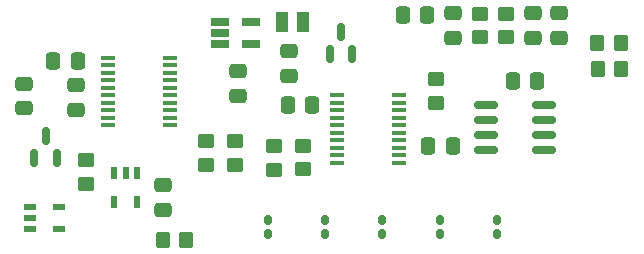
<source format=gbr>
%TF.GenerationSoftware,KiCad,Pcbnew,(6.0.10)*%
%TF.CreationDate,2023-01-23T16:27:41+00:00*%
%TF.ProjectId,USB,5553422e-6b69-4636-9164-5f7063625858,rev?*%
%TF.SameCoordinates,Original*%
%TF.FileFunction,Paste,Top*%
%TF.FilePolarity,Positive*%
%FSLAX46Y46*%
G04 Gerber Fmt 4.6, Leading zero omitted, Abs format (unit mm)*
G04 Created by KiCad (PCBNEW (6.0.10)) date 2023-01-23 16:27:41*
%MOMM*%
%LPD*%
G01*
G04 APERTURE LIST*
G04 Aperture macros list*
%AMRoundRect*
0 Rectangle with rounded corners*
0 $1 Rounding radius*
0 $2 $3 $4 $5 $6 $7 $8 $9 X,Y pos of 4 corners*
0 Add a 4 corners polygon primitive as box body*
4,1,4,$2,$3,$4,$5,$6,$7,$8,$9,$2,$3,0*
0 Add four circle primitives for the rounded corners*
1,1,$1+$1,$2,$3*
1,1,$1+$1,$4,$5*
1,1,$1+$1,$6,$7*
1,1,$1+$1,$8,$9*
0 Add four rect primitives between the rounded corners*
20,1,$1+$1,$2,$3,$4,$5,0*
20,1,$1+$1,$4,$5,$6,$7,0*
20,1,$1+$1,$6,$7,$8,$9,0*
20,1,$1+$1,$8,$9,$2,$3,0*%
G04 Aperture macros list end*
%ADD10R,1.200000X0.400000*%
%ADD11RoundRect,0.150000X0.150000X-0.587500X0.150000X0.587500X-0.150000X0.587500X-0.150000X-0.587500X0*%
%ADD12R,1.020000X1.780000*%
%ADD13RoundRect,0.150000X-0.825000X-0.150000X0.825000X-0.150000X0.825000X0.150000X-0.825000X0.150000X0*%
%ADD14R,1.000000X0.600000*%
%ADD15R,0.600000X1.000000*%
%ADD16R,1.560000X0.650000*%
%ADD17RoundRect,0.250000X-0.450000X0.350000X-0.450000X-0.350000X0.450000X-0.350000X0.450000X0.350000X0*%
%ADD18RoundRect,0.250000X0.350000X0.450000X-0.350000X0.450000X-0.350000X-0.450000X0.350000X-0.450000X0*%
%ADD19RoundRect,0.250000X-0.350000X-0.450000X0.350000X-0.450000X0.350000X0.450000X-0.350000X0.450000X0*%
%ADD20RoundRect,0.250000X0.450000X-0.350000X0.450000X0.350000X-0.450000X0.350000X-0.450000X-0.350000X0*%
%ADD21RoundRect,0.160000X0.160000X-0.222500X0.160000X0.222500X-0.160000X0.222500X-0.160000X-0.222500X0*%
%ADD22RoundRect,0.250000X0.475000X-0.337500X0.475000X0.337500X-0.475000X0.337500X-0.475000X-0.337500X0*%
%ADD23RoundRect,0.250000X0.337500X0.475000X-0.337500X0.475000X-0.337500X-0.475000X0.337500X-0.475000X0*%
%ADD24RoundRect,0.250000X-0.337500X-0.475000X0.337500X-0.475000X0.337500X0.475000X-0.337500X0.475000X0*%
%ADD25RoundRect,0.250000X-0.475000X0.337500X-0.475000X-0.337500X0.475000X-0.337500X0.475000X0.337500X0*%
G04 APERTURE END LIST*
D10*
%TO.C,U3*%
X166490000Y-137742500D03*
X166490000Y-138377500D03*
X166490000Y-139012500D03*
X166490000Y-139647500D03*
X166490000Y-140282500D03*
X166490000Y-140917500D03*
X166490000Y-141552500D03*
X166490000Y-142187500D03*
X166490000Y-142822500D03*
X166490000Y-143457500D03*
X161290000Y-143457500D03*
X161290000Y-142822500D03*
X161290000Y-142187500D03*
X161290000Y-141552500D03*
X161290000Y-140917500D03*
X161290000Y-140282500D03*
X161290000Y-139647500D03*
X161290000Y-139012500D03*
X161290000Y-138377500D03*
X161290000Y-137742500D03*
%TD*%
D11*
%TO.C,D3*%
X137555000Y-143045000D03*
X135655000Y-143045000D03*
X136605000Y-141170000D03*
%TD*%
%TO.C,D1*%
X162560000Y-134257500D03*
X160660000Y-134257500D03*
X161610000Y-132382500D03*
%TD*%
D12*
%TO.C,L1*%
X158410000Y-131520000D03*
X156630000Y-131520000D03*
%TD*%
D13*
%TO.C,U6*%
X178825000Y-138515000D03*
X178825000Y-139785000D03*
X178825000Y-141055000D03*
X178825000Y-142325000D03*
X173875000Y-142325000D03*
X173875000Y-141055000D03*
X173875000Y-139785000D03*
X173875000Y-138515000D03*
%TD*%
D14*
%TO.C,U5*%
X137710000Y-147190000D03*
X137710000Y-149090000D03*
X135310000Y-149090000D03*
X135310000Y-148140000D03*
X135310000Y-147190000D03*
%TD*%
D15*
%TO.C,U4*%
X144325000Y-146747500D03*
X142425000Y-146747500D03*
X142425000Y-144347500D03*
X143375000Y-144347500D03*
X144325000Y-144347500D03*
%TD*%
D10*
%TO.C,U2*%
X141900000Y-140270000D03*
X141900000Y-139635000D03*
X141900000Y-139000000D03*
X141900000Y-138365000D03*
X141900000Y-137730000D03*
X141900000Y-137095000D03*
X141900000Y-136460000D03*
X141900000Y-135825000D03*
X141900000Y-135190000D03*
X141900000Y-134555000D03*
X147100000Y-134555000D03*
X147100000Y-135190000D03*
X147100000Y-135825000D03*
X147100000Y-136460000D03*
X147100000Y-137095000D03*
X147100000Y-137730000D03*
X147100000Y-138365000D03*
X147100000Y-139000000D03*
X147100000Y-139635000D03*
X147100000Y-140270000D03*
%TD*%
D16*
%TO.C,U1*%
X154030000Y-131530000D03*
X154030000Y-133430000D03*
X151330000Y-133430000D03*
X151330000Y-132480000D03*
X151330000Y-131530000D03*
%TD*%
D17*
%TO.C,R11*%
X155960000Y-144040000D03*
X155960000Y-142040000D03*
%TD*%
%TO.C,R10*%
X158400000Y-144000000D03*
X158400000Y-142000000D03*
%TD*%
%TO.C,R9*%
X150185000Y-143637500D03*
X150185000Y-141637500D03*
%TD*%
D18*
%TO.C,R8*%
X183340000Y-135490000D03*
X185340000Y-135490000D03*
%TD*%
D19*
%TO.C,R7*%
X185310000Y-133330000D03*
X183310000Y-133330000D03*
%TD*%
D17*
%TO.C,R6*%
X152645000Y-143617500D03*
X152645000Y-141617500D03*
%TD*%
D20*
%TO.C,R5*%
X169620000Y-136350000D03*
X169620000Y-138350000D03*
%TD*%
%TO.C,R4*%
X140055000Y-143217500D03*
X140055000Y-145217500D03*
%TD*%
D19*
%TO.C,R3*%
X148500000Y-149960000D03*
X146500000Y-149960000D03*
%TD*%
D17*
%TO.C,R2*%
X175600000Y-132820000D03*
X175600000Y-130820000D03*
%TD*%
%TO.C,R1*%
X173390000Y-132820000D03*
X173390000Y-130820000D03*
%TD*%
D21*
%TO.C,D7*%
X169960000Y-148327500D03*
X169960000Y-149472500D03*
%TD*%
%TO.C,D6*%
X174810000Y-148297500D03*
X174810000Y-149442500D03*
%TD*%
%TO.C,D5*%
X160270000Y-148307500D03*
X160270000Y-149452500D03*
%TD*%
%TO.C,D4*%
X165120000Y-148307500D03*
X165120000Y-149452500D03*
%TD*%
%TO.C,D2*%
X155420000Y-148307500D03*
X155420000Y-149452500D03*
%TD*%
D22*
%TO.C,C13*%
X146535000Y-145330000D03*
X146535000Y-147405000D03*
%TD*%
D23*
%TO.C,C12*%
X176162500Y-136560000D03*
X178237500Y-136560000D03*
%TD*%
D24*
%TO.C,C11*%
X171067500Y-142000000D03*
X168992500Y-142000000D03*
%TD*%
D23*
%TO.C,C10*%
X166852500Y-130950000D03*
X168927500Y-130950000D03*
%TD*%
%TO.C,C9*%
X157102500Y-138530000D03*
X159177500Y-138530000D03*
%TD*%
%TO.C,C8*%
X137242500Y-134852500D03*
X139317500Y-134852500D03*
%TD*%
D25*
%TO.C,C7*%
X139160000Y-138940000D03*
X139160000Y-136865000D03*
%TD*%
%TO.C,C6*%
X157230000Y-136067500D03*
X157230000Y-133992500D03*
%TD*%
%TO.C,C5*%
X134760000Y-138817500D03*
X134760000Y-136742500D03*
%TD*%
%TO.C,C4*%
X171130000Y-132867500D03*
X171130000Y-130792500D03*
%TD*%
%TO.C,C3*%
X180030000Y-132867500D03*
X180030000Y-130792500D03*
%TD*%
%TO.C,C2*%
X177860000Y-130782500D03*
X177860000Y-132857500D03*
%TD*%
%TO.C,C1*%
X152910000Y-137760000D03*
X152910000Y-135685000D03*
%TD*%
M02*

</source>
